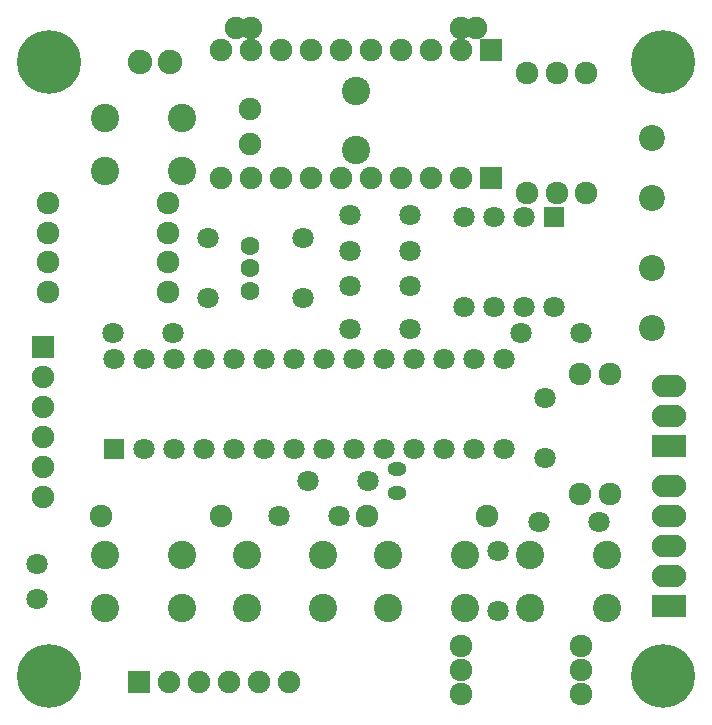
<source format=gts>
G04 #@! TF.FileFunction,Soldermask,Top*
%FSLAX46Y46*%
G04 Gerber Fmt 4.6, Leading zero omitted, Abs format (unit mm)*
G04 Created by KiCad (PCBNEW 4.0.1-stable) date 2017/06/24 18:36:10*
%MOMM*%
G01*
G04 APERTURE LIST*
%ADD10C,0.100000*%
%ADD11C,1.900000*%
%ADD12R,1.900000X1.900000*%
%ADD13C,2.400000*%
%ADD14C,2.200000*%
%ADD15R,1.797000X1.797000*%
%ADD16C,1.797000*%
%ADD17C,1.924000*%
%ADD18C,2.076400*%
%ADD19C,1.600000*%
%ADD20R,2.900000X1.900000*%
%ADD21O,2.900000X1.900000*%
%ADD22C,5.400000*%
%ADD23O,1.600000X1.200000*%
%ADD24C,1.800000*%
G04 APERTURE END LIST*
D10*
D11*
X128570000Y-88000000D03*
X131110000Y-88000000D03*
X133650000Y-88000000D03*
X136190000Y-88000000D03*
D12*
X151430000Y-88000000D03*
D11*
X148890000Y-88000000D03*
X146350000Y-88000000D03*
X143810000Y-88000000D03*
X141270000Y-88000000D03*
X138730000Y-88000000D03*
D13*
X140000000Y-91500000D03*
X140000000Y-96500000D03*
D14*
X165064000Y-111540000D03*
X165064000Y-106460000D03*
D12*
X151430000Y-98842000D03*
D11*
X148890000Y-98842000D03*
X146350000Y-98842000D03*
X143810000Y-98842000D03*
X141270000Y-98842000D03*
X138730000Y-98842000D03*
X136190000Y-98842000D03*
X133650000Y-98842000D03*
X131110000Y-98842000D03*
X128570000Y-98842000D03*
X148890000Y-86142000D03*
X150160000Y-86142000D03*
X131110000Y-86142000D03*
X129840000Y-86142000D03*
D15*
X119490000Y-121810000D03*
D16*
X122030000Y-121810000D03*
X124570000Y-121810000D03*
X127110000Y-121810000D03*
X129650000Y-121810000D03*
X132190000Y-121810000D03*
X134730000Y-121810000D03*
X137270000Y-121810000D03*
X139810000Y-121810000D03*
X142350000Y-121810000D03*
X144890000Y-121810000D03*
X147430000Y-121810000D03*
X149970000Y-121810000D03*
X152510000Y-121810000D03*
X152510000Y-114190000D03*
X149970000Y-114190000D03*
X147430000Y-114190000D03*
X144890000Y-114190000D03*
X142350000Y-114190000D03*
X139810000Y-114190000D03*
X137270000Y-114190000D03*
X134730000Y-114190000D03*
X132190000Y-114190000D03*
X129650000Y-114190000D03*
X127110000Y-114190000D03*
X124570000Y-114190000D03*
X122030000Y-114190000D03*
X119490000Y-114190000D03*
D17*
X124080000Y-108500000D03*
X113920000Y-108500000D03*
D16*
X152000000Y-135540000D03*
X152000000Y-130460000D03*
D15*
X156810000Y-102190000D03*
D16*
X154270000Y-102190000D03*
X151730000Y-102190000D03*
X149190000Y-102190000D03*
X149190000Y-109810000D03*
X151730000Y-109810000D03*
X154270000Y-109810000D03*
X156810000Y-109810000D03*
D12*
X121650000Y-141500000D03*
D11*
X124190000Y-141500000D03*
X126730000Y-141500000D03*
X129270000Y-141500000D03*
X131810000Y-141500000D03*
X134350000Y-141500000D03*
D12*
X113500000Y-113150000D03*
D11*
X113500000Y-115690000D03*
X113500000Y-118230000D03*
X113500000Y-120770000D03*
X113500000Y-123310000D03*
X113500000Y-125850000D03*
D16*
X156000000Y-117460000D03*
X156000000Y-122540000D03*
D17*
X148920000Y-140500000D03*
X159080000Y-140500000D03*
D16*
X141040000Y-124500000D03*
X135960000Y-124500000D03*
X138540000Y-127500000D03*
X133460000Y-127500000D03*
X119460000Y-112000000D03*
X124540000Y-112000000D03*
X144540000Y-102000000D03*
X139460000Y-102000000D03*
X139460000Y-111600000D03*
X144540000Y-111600000D03*
X160540000Y-128000000D03*
X155460000Y-128000000D03*
X144540000Y-105000000D03*
X139460000Y-105000000D03*
D18*
X121730000Y-89000000D03*
X124270000Y-89000000D03*
D17*
X113920000Y-101000000D03*
X124080000Y-101000000D03*
X157000000Y-100080000D03*
X157000000Y-89920000D03*
X154500000Y-89920000D03*
X154500000Y-100080000D03*
X113920000Y-103500000D03*
X124080000Y-103500000D03*
X159500000Y-100080000D03*
X159500000Y-89920000D03*
X118420000Y-127500000D03*
X128580000Y-127500000D03*
X159000000Y-125580000D03*
X159000000Y-115420000D03*
X151080000Y-127500000D03*
X140920000Y-127500000D03*
X161500000Y-115420000D03*
X161500000Y-125580000D03*
X148920000Y-138500000D03*
X159080000Y-138500000D03*
X148920000Y-142500000D03*
X159080000Y-142500000D03*
D13*
X118750000Y-93750000D03*
X125250000Y-93750000D03*
X125250000Y-98250000D03*
X118750000Y-98250000D03*
D17*
X113920000Y-106000000D03*
X124080000Y-106000000D03*
D19*
X131000000Y-104595000D03*
X131000000Y-106500000D03*
X131000000Y-108405000D03*
D20*
X166500000Y-135080000D03*
D21*
X166500000Y-132540000D03*
X166500000Y-130000000D03*
X166500000Y-127460000D03*
X166500000Y-124920000D03*
D22*
X114000000Y-89000000D03*
X166000000Y-89000000D03*
X114000000Y-141000000D03*
X166000000Y-141000000D03*
D23*
X143500000Y-123484000D03*
X143500000Y-125516000D03*
D24*
X113000000Y-131500000D03*
X113000000Y-134500000D03*
D16*
X135500000Y-103960000D03*
X135500000Y-109040000D03*
X153960000Y-112000000D03*
X159040000Y-112000000D03*
X127500000Y-109040000D03*
X127500000Y-103960000D03*
X144540000Y-108000000D03*
X139460000Y-108000000D03*
D20*
X166500000Y-121540000D03*
D21*
X166500000Y-119000000D03*
X166500000Y-116460000D03*
D13*
X125250000Y-135250000D03*
X118750000Y-135250000D03*
X118750000Y-130750000D03*
X125250000Y-130750000D03*
X137250000Y-135250000D03*
X130750000Y-135250000D03*
X130750000Y-130750000D03*
X137250000Y-130750000D03*
X149250000Y-135250000D03*
X142750000Y-135250000D03*
X142750000Y-130750000D03*
X149250000Y-130750000D03*
X161250000Y-135250000D03*
X154750000Y-135250000D03*
X154750000Y-130750000D03*
X161250000Y-130750000D03*
D14*
X165064000Y-100540000D03*
X165064000Y-95460000D03*
D11*
X131000000Y-96000000D03*
X131000000Y-93000000D03*
M02*

</source>
